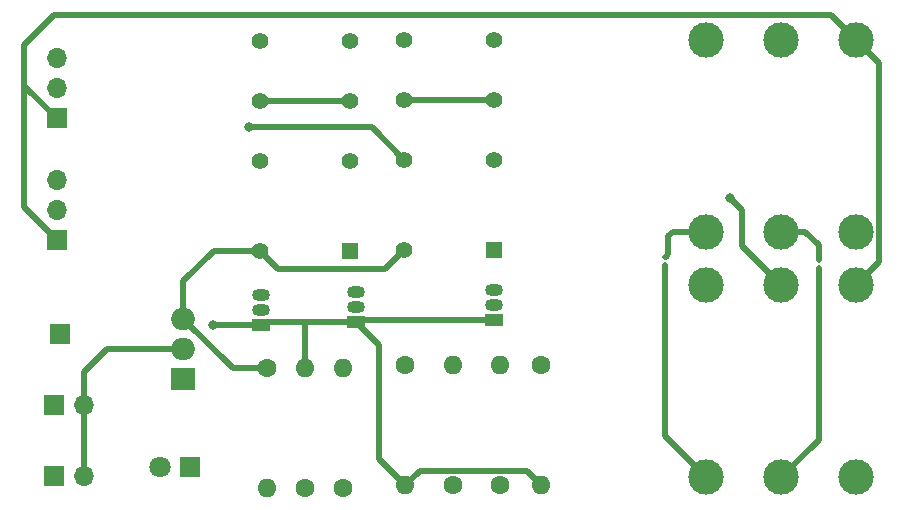
<source format=gbr>
%TF.GenerationSoftware,KiCad,Pcbnew,7.0.9*%
%TF.CreationDate,2023-12-28T11:44:19-05:00*%
%TF.ProjectId,PedalboardMain,50656461-6c62-46f6-9172-644d61696e2e,rev?*%
%TF.SameCoordinates,Original*%
%TF.FileFunction,Copper,L2,Bot*%
%TF.FilePolarity,Positive*%
%FSLAX46Y46*%
G04 Gerber Fmt 4.6, Leading zero omitted, Abs format (unit mm)*
G04 Created by KiCad (PCBNEW 7.0.9) date 2023-12-28 11:44:19*
%MOMM*%
%LPD*%
G01*
G04 APERTURE LIST*
G04 Aperture macros list*
%AMRoundRect*
0 Rectangle with rounded corners*
0 $1 Rounding radius*
0 $2 $3 $4 $5 $6 $7 $8 $9 X,Y pos of 4 corners*
0 Add a 4 corners polygon primitive as box body*
4,1,4,$2,$3,$4,$5,$6,$7,$8,$9,$2,$3,0*
0 Add four circle primitives for the rounded corners*
1,1,$1+$1,$2,$3*
1,1,$1+$1,$4,$5*
1,1,$1+$1,$6,$7*
1,1,$1+$1,$8,$9*
0 Add four rect primitives between the rounded corners*
20,1,$1+$1,$2,$3,$4,$5,0*
20,1,$1+$1,$4,$5,$6,$7,0*
20,1,$1+$1,$6,$7,$8,$9,0*
20,1,$1+$1,$8,$9,$2,$3,0*%
G04 Aperture macros list end*
%TA.AperFunction,ComponentPad*%
%ADD10C,3.000000*%
%TD*%
%TA.AperFunction,ComponentPad*%
%ADD11C,1.600000*%
%TD*%
%TA.AperFunction,ComponentPad*%
%ADD12O,1.600000X1.600000*%
%TD*%
%TA.AperFunction,ComponentPad*%
%ADD13R,1.500000X1.050000*%
%TD*%
%TA.AperFunction,ComponentPad*%
%ADD14O,1.500000X1.050000*%
%TD*%
%TA.AperFunction,ComponentPad*%
%ADD15R,1.800000X1.800000*%
%TD*%
%TA.AperFunction,ComponentPad*%
%ADD16C,1.800000*%
%TD*%
%TA.AperFunction,ComponentPad*%
%ADD17R,1.700000X1.700000*%
%TD*%
%TA.AperFunction,ComponentPad*%
%ADD18O,1.700000X1.700000*%
%TD*%
%TA.AperFunction,ComponentPad*%
%ADD19R,1.400000X1.400000*%
%TD*%
%TA.AperFunction,ComponentPad*%
%ADD20C,1.400000*%
%TD*%
%TA.AperFunction,ComponentPad*%
%ADD21R,2.000000X1.905000*%
%TD*%
%TA.AperFunction,ComponentPad*%
%ADD22O,2.000000X1.905000*%
%TD*%
%TA.AperFunction,SMDPad,CuDef*%
%ADD23RoundRect,0.100000X-0.100000X0.130000X-0.100000X-0.130000X0.100000X-0.130000X0.100000X0.130000X0*%
%TD*%
%TA.AperFunction,ViaPad*%
%ADD24C,0.800000*%
%TD*%
%TA.AperFunction,Conductor*%
%ADD25C,0.500000*%
%TD*%
G04 APERTURE END LIST*
D10*
%TO.P,Send1,R*%
%TO.N,/R_send*%
X175825000Y-101135000D03*
%TO.P,Send1,RN*%
%TO.N,Net-(R8-Pad2)*%
X175825000Y-117365000D03*
%TO.P,Send1,S*%
%TO.N,/Signal_Gnd*%
X182175000Y-101135000D03*
%TO.P,Send1,SN*%
%TO.N,unconnected-(Send1-PadSN)*%
X182175000Y-117365000D03*
%TO.P,Send1,T*%
%TO.N,/L_Send*%
X169475000Y-101135000D03*
%TO.P,Send1,TN*%
%TO.N,Net-(R9-Pad2)*%
X169475000Y-117365000D03*
%TD*%
%TO.P,Return1,R*%
%TO.N,/R_Return*%
X175825000Y-80385000D03*
%TO.P,Return1,RN*%
%TO.N,Net-(R8-Pad1)*%
X175825000Y-96615000D03*
%TO.P,Return1,S*%
%TO.N,/Signal_Gnd*%
X182175000Y-80385000D03*
%TO.P,Return1,SN*%
%TO.N,unconnected-(Return1-PadSN)*%
X182175000Y-96615000D03*
%TO.P,Return1,T*%
%TO.N,/L_Return*%
X169475000Y-80385000D03*
%TO.P,Return1,TN*%
%TO.N,Net-(R9-Pad1)*%
X169475000Y-96615000D03*
%TD*%
D11*
%TO.P,R7,1*%
%TO.N,Net-(QL1-G)*%
X155520000Y-107920000D03*
D12*
%TO.P,R7,2*%
%TO.N,/Ctrl_GND*%
X155520000Y-118080000D03*
%TD*%
D13*
%TO.P,QL1,1,S*%
%TO.N,/Ctrl_GND*%
X151500000Y-104040000D03*
D14*
%TO.P,QL1,2,G*%
%TO.N,Net-(QL1-G)*%
X151500000Y-102770000D03*
%TO.P,QL1,3,D*%
%TO.N,Net-(QL1-D)*%
X151500000Y-101500000D03*
%TD*%
D11*
%TO.P,R4,1*%
%TO.N,Net-(QLED1-G)*%
X135500000Y-118330000D03*
D12*
%TO.P,R4,2*%
%TO.N,/Ctrl_GND*%
X135500000Y-108170000D03*
%TD*%
D11*
%TO.P,R5,1*%
%TO.N,Net-(QR1-G)*%
X144000000Y-107920000D03*
D12*
%TO.P,R5,2*%
%TO.N,/Ctrl_GND*%
X144000000Y-118080000D03*
%TD*%
D15*
%TO.P,D1,1,K*%
%TO.N,Net-(D1-K)*%
X125775000Y-116500000D03*
D16*
%TO.P,D1,2,A*%
%TO.N,Net-(D1-A)*%
X123235000Y-116500000D03*
%TD*%
D13*
%TO.P,QR1,1,S*%
%TO.N,/Ctrl_GND*%
X139860000Y-104270000D03*
D14*
%TO.P,QR1,2,G*%
%TO.N,Net-(QR1-G)*%
X139860000Y-103000000D03*
%TO.P,QR1,3,D*%
%TO.N,Net-(QR1-D)*%
X139860000Y-101730000D03*
%TD*%
D11*
%TO.P,R3,1*%
%TO.N,/Control*%
X148000000Y-118080000D03*
D12*
%TO.P,R3,2*%
%TO.N,Net-(QR1-G)*%
X148000000Y-107920000D03*
%TD*%
D17*
%TO.P,J3,1,Pin_1*%
%TO.N,/9V*%
X114250000Y-111250000D03*
D18*
%TO.P,J3,2,Pin_2*%
%TO.N,/Ctrl_GND*%
X116790000Y-111250000D03*
%TD*%
D13*
%TO.P,QLED1,1,S*%
%TO.N,/Ctrl_GND*%
X131750000Y-104520000D03*
D14*
%TO.P,QLED1,2,G*%
%TO.N,Net-(QLED1-G)*%
X131750000Y-103250000D03*
%TO.P,QLED1,3,D*%
%TO.N,Net-(D1-K)*%
X131750000Y-101980000D03*
%TD*%
D19*
%TO.P,Right1,1*%
%TO.N,Net-(QR1-D)*%
X139275000Y-98200000D03*
D20*
%TO.P,Right1,4*%
%TO.N,/R_out*%
X139275000Y-90580000D03*
%TO.P,Right1,6*%
%TO.N,Net-(Right1-Pad11)*%
X139275000Y-85500000D03*
%TO.P,Right1,8*%
%TO.N,/R_Return*%
X139275000Y-80420000D03*
%TO.P,Right1,9*%
%TO.N,/R_send*%
X131655000Y-80420000D03*
%TO.P,Right1,11*%
%TO.N,Net-(Right1-Pad11)*%
X131655000Y-85500000D03*
%TO.P,Right1,13*%
%TO.N,/R_in*%
X131655000Y-90580000D03*
%TO.P,Right1,16*%
%TO.N,/5V*%
X131655000Y-98200000D03*
%TD*%
D11*
%TO.P,R2,1*%
%TO.N,/Control*%
X138750000Y-118330000D03*
D12*
%TO.P,R2,2*%
%TO.N,Net-(QLED1-G)*%
X138750000Y-108170000D03*
%TD*%
D11*
%TO.P,RLed1,1*%
%TO.N,/5V*%
X132250000Y-108170000D03*
D12*
%TO.P,RLed1,2*%
%TO.N,Net-(D1-A)*%
X132250000Y-118330000D03*
%TD*%
D19*
%TO.P,Left/Mono1,1*%
%TO.N,Net-(QL1-D)*%
X151512500Y-98107500D03*
D20*
%TO.P,Left/Mono1,4*%
%TO.N,/L_out*%
X151512500Y-90487500D03*
%TO.P,Left/Mono1,6*%
%TO.N,Net-(Left/Mono1-Pad11)*%
X151512500Y-85407500D03*
%TO.P,Left/Mono1,8*%
%TO.N,/L_Return*%
X151512500Y-80327500D03*
%TO.P,Left/Mono1,9*%
%TO.N,/L_Send*%
X143892500Y-80327500D03*
%TO.P,Left/Mono1,11*%
%TO.N,Net-(Left/Mono1-Pad11)*%
X143892500Y-85407500D03*
%TO.P,Left/Mono1,13*%
%TO.N,/L_in*%
X143892500Y-90487500D03*
%TO.P,Left/Mono1,16*%
%TO.N,/5V*%
X143892500Y-98107500D03*
%TD*%
D21*
%TO.P,U1,1,IN*%
%TO.N,/9V*%
X125195000Y-109040000D03*
D22*
%TO.P,U1,2,GND*%
%TO.N,/Ctrl_GND*%
X125195000Y-106500000D03*
%TO.P,U1,3,OUT*%
%TO.N,/5V*%
X125195000Y-103960000D03*
%TD*%
D17*
%TO.P,In1,1,Pin_1*%
%TO.N,/Signal_Gnd*%
X114500000Y-87000000D03*
D18*
%TO.P,In1,2,Pin_2*%
%TO.N,/L_in*%
X114500000Y-84460000D03*
%TO.P,In1,3,Pin_3*%
%TO.N,/R_in*%
X114500000Y-81920000D03*
%TD*%
D17*
%TO.P,J1,1,Pin_1*%
%TO.N,/Control*%
X114750000Y-105250000D03*
%TD*%
D11*
%TO.P,R6,1*%
%TO.N,/Control*%
X152020000Y-118080000D03*
D12*
%TO.P,R6,2*%
%TO.N,Net-(QL1-G)*%
X152020000Y-107920000D03*
%TD*%
D17*
%TO.P,J2,1,Pin_1*%
%TO.N,/9V*%
X114250000Y-117250000D03*
D18*
%TO.P,J2,2,Pin_2*%
%TO.N,/Ctrl_GND*%
X116790000Y-117250000D03*
%TD*%
D17*
%TO.P,Out1,1,Pin_1*%
%TO.N,/Signal_Gnd*%
X114500000Y-97290000D03*
D18*
%TO.P,Out1,2,Pin_2*%
%TO.N,/L_out*%
X114500000Y-94750000D03*
%TO.P,Out1,3,Pin_3*%
%TO.N,/R_out*%
X114500000Y-92210000D03*
%TD*%
D23*
%TO.P,R9,1*%
%TO.N,Net-(R9-Pad1)*%
X166000000Y-98775000D03*
%TO.P,R9,2*%
%TO.N,Net-(R9-Pad2)*%
X166000000Y-99415000D03*
%TD*%
%TO.P,R8,1*%
%TO.N,Net-(R8-Pad1)*%
X179000000Y-99025000D03*
%TO.P,R8,2*%
%TO.N,Net-(R8-Pad2)*%
X179000000Y-99665000D03*
%TD*%
D24*
%TO.N,/Ctrl_GND*%
X127750000Y-104500000D03*
%TO.N,/L_in*%
X130750000Y-87750000D03*
%TO.N,/R_send*%
X171500000Y-93750000D03*
%TD*%
D25*
%TO.N,Net-(Left/Mono1-Pad11)*%
X143892500Y-85407500D02*
X151512500Y-85407500D01*
%TO.N,Net-(Right1-Pad11)*%
X131655000Y-85500000D02*
X139275000Y-85500000D01*
%TO.N,/Ctrl_GND*%
X118750000Y-106500000D02*
X125195000Y-106500000D01*
X116790000Y-108460000D02*
X118750000Y-106500000D01*
X116790000Y-111250000D02*
X116790000Y-108460000D01*
X116790000Y-117250000D02*
X116790000Y-111250000D01*
X127750000Y-104500000D02*
X127770000Y-104520000D01*
X131750000Y-104520000D02*
X127750000Y-104500000D01*
X145250000Y-116830000D02*
X154270000Y-116830000D01*
X154270000Y-116830000D02*
X155520000Y-118080000D01*
X144000000Y-118080000D02*
X145250000Y-116830000D01*
X141750000Y-106160000D02*
X141750000Y-115830000D01*
X139860000Y-104270000D02*
X141750000Y-106160000D01*
X141750000Y-115830000D02*
X144000000Y-118080000D01*
X135500000Y-108170000D02*
X135500000Y-104270000D01*
X139860000Y-104270000D02*
X135500000Y-104270000D01*
X135500000Y-104270000D02*
X132000000Y-104270000D01*
X132000000Y-104270000D02*
X131750000Y-104520000D01*
X140090000Y-104040000D02*
X139860000Y-104270000D01*
X151500000Y-104040000D02*
X140090000Y-104040000D01*
%TO.N,/5V*%
X129405000Y-108170000D02*
X125195000Y-103960000D01*
X132250000Y-108170000D02*
X129405000Y-108170000D01*
X127800000Y-98200000D02*
X131655000Y-98200000D01*
X125195000Y-100805000D02*
X127800000Y-98200000D01*
X125195000Y-103960000D02*
X125195000Y-100805000D01*
X142250000Y-99750000D02*
X143892500Y-98107500D01*
X133205000Y-99750000D02*
X142250000Y-99750000D01*
X131655000Y-98200000D02*
X133205000Y-99750000D01*
%TO.N,/L_in*%
X141155000Y-87750000D02*
X130750000Y-87750000D01*
X143892500Y-90487500D02*
X141155000Y-87750000D01*
%TO.N,Net-(R8-Pad2)*%
X179000000Y-114190000D02*
X179000000Y-99705000D01*
X175825000Y-117365000D02*
X179000000Y-114190000D01*
%TO.N,Net-(R9-Pad2)*%
X166000000Y-113890000D02*
X166000000Y-99455000D01*
X169475000Y-117365000D02*
X166000000Y-113890000D01*
%TO.N,Net-(R8-Pad1)*%
X177865000Y-96615000D02*
X179000000Y-97750000D01*
X175825000Y-96615000D02*
X177865000Y-96615000D01*
X179000000Y-97750000D02*
X179000000Y-98985000D01*
%TO.N,Net-(R9-Pad1)*%
X166250000Y-98525000D02*
X166040000Y-98735000D01*
X166040000Y-98735000D02*
X166000000Y-98735000D01*
X166250000Y-97000000D02*
X166250000Y-98525000D01*
X166635000Y-96615000D02*
X166250000Y-97000000D01*
X169475000Y-96615000D02*
X166635000Y-96615000D01*
%TO.N,/R_send*%
X172500000Y-97810000D02*
X175825000Y-101135000D01*
X171500000Y-93750000D02*
X172500000Y-94750000D01*
X172500000Y-94750000D02*
X172500000Y-97810000D01*
%TO.N,/Signal_Gnd*%
X111750000Y-94540000D02*
X114500000Y-97290000D01*
X111750000Y-84250000D02*
X111750000Y-94540000D01*
X111750000Y-84250000D02*
X114500000Y-87000000D01*
X180040000Y-78250000D02*
X114250000Y-78250000D01*
X182175000Y-80385000D02*
X180040000Y-78250000D01*
X114250000Y-78250000D02*
X111750000Y-80750000D01*
X111750000Y-80750000D02*
X111750000Y-84250000D01*
X184125000Y-82335000D02*
X182175000Y-80385000D01*
X184125000Y-99185000D02*
X184125000Y-82335000D01*
X182175000Y-101135000D02*
X184125000Y-99185000D01*
%TD*%
M02*

</source>
